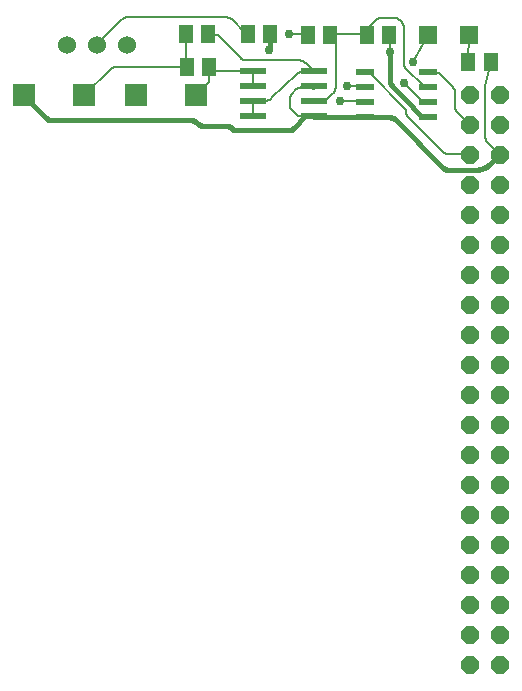
<source format=gbr>
G04 EAGLE Gerber RS-274X export*
G75*
%MOMM*%
%FSLAX34Y34*%
%LPD*%
%INTop Copper*%
%IPPOS*%
%AMOC8*
5,1,8,0,0,1.08239X$1,22.5*%
G01*
%ADD10P,1.649562X8X292.500000*%
%ADD11R,1.300000X1.500000*%
%ADD12R,1.905000X1.905000*%
%ADD13R,2.200000X0.600000*%
%ADD14R,1.550000X0.600000*%
%ADD15C,1.524000*%
%ADD16R,1.500000X1.500000*%
%ADD17C,0.203200*%
%ADD18C,0.406400*%
%ADD19C,0.756400*%


D10*
X466725Y504825D03*
X492125Y504825D03*
X466725Y479425D03*
X492125Y479425D03*
X466725Y454025D03*
X492125Y454025D03*
X466725Y428625D03*
X492125Y428625D03*
X466725Y403225D03*
X492125Y403225D03*
X466725Y377825D03*
X492125Y377825D03*
X466725Y352425D03*
X492125Y352425D03*
X466725Y327025D03*
X492125Y327025D03*
X466725Y301625D03*
X492125Y301625D03*
X466725Y276225D03*
X492125Y276225D03*
X466725Y250825D03*
X492125Y250825D03*
X466725Y225425D03*
X492125Y225425D03*
X466725Y200025D03*
X492125Y200025D03*
X466725Y174625D03*
X492125Y174625D03*
X466725Y149225D03*
X492125Y149225D03*
X466725Y123825D03*
X492125Y123825D03*
X466725Y98425D03*
X492125Y98425D03*
X466725Y73025D03*
X492125Y73025D03*
X466725Y47625D03*
X492125Y47625D03*
X466725Y22225D03*
X492125Y22225D03*
D11*
X348431Y555625D03*
X329431Y555625D03*
D12*
X234950Y504825D03*
X184150Y504825D03*
X139700Y504825D03*
X88900Y504825D03*
D11*
X379438Y555625D03*
X398438Y555625D03*
X245244Y556419D03*
X226244Y556419D03*
D13*
X334769Y499269D03*
X282769Y499269D03*
X334769Y486569D03*
X334769Y511969D03*
X334769Y524669D03*
X282769Y486569D03*
X282769Y511969D03*
X282769Y524669D03*
D11*
X246038Y528638D03*
X227038Y528638D03*
D14*
X431513Y485775D03*
X431513Y498475D03*
X431513Y511175D03*
X431513Y523875D03*
X377513Y523875D03*
X377513Y511175D03*
X377513Y498475D03*
X377513Y485775D03*
D11*
X297631Y556419D03*
X278631Y556419D03*
D15*
X176213Y546894D03*
X150813Y546894D03*
X125413Y546894D03*
D16*
X465969Y555625D03*
X430969Y555625D03*
D11*
X465163Y532606D03*
X484163Y532606D03*
D17*
X226314Y529209D02*
X226314Y555498D01*
D18*
X226244Y556419D01*
X226314Y529209D02*
X227038Y528638D01*
D17*
X161589Y526206D02*
X140589Y505206D01*
X161589Y526206D02*
X161700Y526315D01*
X161815Y526421D01*
X161931Y526524D01*
X162051Y526625D01*
X162172Y526722D01*
X162296Y526816D01*
X162423Y526908D01*
X162551Y526996D01*
X162682Y527081D01*
X162814Y527163D01*
X162949Y527241D01*
X163086Y527316D01*
X163224Y527388D01*
X163364Y527456D01*
X163506Y527521D01*
X163649Y527583D01*
X163794Y527641D01*
X163940Y527695D01*
X164087Y527746D01*
X164236Y527793D01*
X164385Y527836D01*
X164536Y527876D01*
X164688Y527912D01*
X164840Y527944D01*
X164993Y527973D01*
X165147Y527997D01*
X165302Y528018D01*
X165457Y528035D01*
X165612Y528049D01*
X165767Y528058D01*
X165923Y528064D01*
X166079Y528066D01*
X225171Y528066D01*
D18*
X227038Y528638D01*
X140589Y505206D02*
X139700Y504825D01*
D17*
X352933Y556641D02*
X378333Y556641D01*
X352933Y556641D02*
X349758Y556641D01*
X348615Y556641D01*
X348431Y555625D01*
X378333Y556641D02*
X379438Y555625D01*
X427482Y512064D02*
X430911Y512064D01*
X410782Y531395D02*
X410782Y562012D01*
X410781Y531395D02*
X410783Y531239D01*
X410789Y531083D01*
X410798Y530928D01*
X410812Y530773D01*
X410829Y530618D01*
X410850Y530463D01*
X410874Y530309D01*
X410903Y530156D01*
X410935Y530004D01*
X410971Y529852D01*
X411011Y529701D01*
X411054Y529552D01*
X411101Y529403D01*
X411152Y529256D01*
X411206Y529110D01*
X411264Y528965D01*
X411326Y528822D01*
X411391Y528680D01*
X411459Y528540D01*
X411531Y528402D01*
X411606Y528265D01*
X411684Y528130D01*
X411766Y527998D01*
X411851Y527867D01*
X411939Y527739D01*
X412031Y527612D01*
X412125Y527488D01*
X412222Y527367D01*
X412323Y527247D01*
X412426Y527131D01*
X412532Y527016D01*
X412641Y526905D01*
X427482Y512064D01*
X408922Y566502D02*
X407180Y568243D01*
X408922Y566502D02*
X409031Y566391D01*
X409137Y566276D01*
X409240Y566160D01*
X409341Y566040D01*
X409438Y565919D01*
X409532Y565795D01*
X409624Y565668D01*
X409712Y565540D01*
X409797Y565409D01*
X409879Y565277D01*
X409957Y565142D01*
X410032Y565005D01*
X410104Y564867D01*
X410172Y564727D01*
X410237Y564585D01*
X410299Y564442D01*
X410357Y564297D01*
X410411Y564151D01*
X410462Y564004D01*
X410509Y563855D01*
X410552Y563706D01*
X410592Y563555D01*
X410628Y563403D01*
X410660Y563251D01*
X410689Y563098D01*
X410713Y562944D01*
X410734Y562789D01*
X410751Y562634D01*
X410765Y562479D01*
X410774Y562324D01*
X410780Y562168D01*
X410782Y562012D01*
X387109Y568243D02*
X379632Y560766D01*
X387110Y568243D02*
X387221Y568352D01*
X387336Y568458D01*
X387452Y568561D01*
X387572Y568662D01*
X387693Y568759D01*
X387817Y568853D01*
X387944Y568945D01*
X388072Y569033D01*
X388203Y569118D01*
X388335Y569200D01*
X388470Y569278D01*
X388607Y569353D01*
X388745Y569425D01*
X388885Y569493D01*
X389027Y569558D01*
X389170Y569620D01*
X389315Y569678D01*
X389461Y569732D01*
X389608Y569783D01*
X389757Y569830D01*
X389906Y569873D01*
X390057Y569913D01*
X390209Y569949D01*
X390361Y569981D01*
X390514Y570010D01*
X390668Y570034D01*
X390823Y570055D01*
X390978Y570072D01*
X391133Y570086D01*
X391288Y570095D01*
X391444Y570101D01*
X391600Y570103D01*
X402690Y570103D01*
X402846Y570101D01*
X403002Y570095D01*
X403157Y570086D01*
X403312Y570072D01*
X403467Y570055D01*
X403622Y570034D01*
X403776Y570010D01*
X403929Y569981D01*
X404081Y569949D01*
X404233Y569913D01*
X404384Y569873D01*
X404533Y569830D01*
X404682Y569783D01*
X404829Y569732D01*
X404975Y569678D01*
X405120Y569620D01*
X405263Y569558D01*
X405405Y569493D01*
X405545Y569425D01*
X405683Y569353D01*
X405820Y569278D01*
X405955Y569200D01*
X406087Y569118D01*
X406218Y569033D01*
X406346Y568945D01*
X406473Y568853D01*
X406597Y568759D01*
X406718Y568662D01*
X406838Y568561D01*
X406954Y568458D01*
X407069Y568352D01*
X407180Y568243D01*
X430911Y512064D02*
X431513Y511175D01*
X379438Y555625D02*
X379632Y560766D01*
X344138Y499491D02*
X334899Y499491D01*
X352933Y510916D02*
X352933Y556641D01*
X352933Y510916D02*
X352931Y510760D01*
X352925Y510604D01*
X352916Y510449D01*
X352902Y510294D01*
X352885Y510139D01*
X352864Y509984D01*
X352840Y509830D01*
X352811Y509677D01*
X352779Y509525D01*
X352743Y509373D01*
X352703Y509222D01*
X352660Y509073D01*
X352613Y508924D01*
X352562Y508777D01*
X352508Y508631D01*
X352450Y508486D01*
X352388Y508343D01*
X352323Y508201D01*
X352255Y508061D01*
X352183Y507923D01*
X352108Y507786D01*
X352030Y507651D01*
X351948Y507519D01*
X351863Y507388D01*
X351775Y507260D01*
X351683Y507133D01*
X351589Y507009D01*
X351492Y506888D01*
X351391Y506768D01*
X351288Y506652D01*
X351182Y506537D01*
X351073Y506426D01*
X344138Y499491D01*
X334899Y499491D02*
X334769Y499269D01*
X348431Y555625D02*
X349758Y556641D01*
D18*
X334899Y485775D02*
X377513Y485775D01*
X334899Y485775D02*
X334769Y486569D01*
D17*
X481571Y464833D02*
X491490Y454914D01*
X481571Y464834D02*
X481462Y464945D01*
X481356Y465060D01*
X481253Y465176D01*
X481152Y465296D01*
X481055Y465417D01*
X480961Y465541D01*
X480869Y465668D01*
X480781Y465796D01*
X480696Y465927D01*
X480614Y466059D01*
X480536Y466194D01*
X480461Y466331D01*
X480389Y466469D01*
X480321Y466609D01*
X480256Y466751D01*
X480194Y466894D01*
X480136Y467039D01*
X480082Y467185D01*
X480031Y467332D01*
X479984Y467481D01*
X479941Y467630D01*
X479901Y467781D01*
X479865Y467933D01*
X479833Y468085D01*
X479804Y468238D01*
X479780Y468392D01*
X479759Y468547D01*
X479742Y468702D01*
X479728Y468857D01*
X479719Y469012D01*
X479713Y469168D01*
X479711Y469324D01*
X479711Y512609D01*
D18*
X491490Y454914D02*
X492125Y454025D01*
X470572Y441198D02*
X448559Y441198D01*
X448403Y441200D01*
X448247Y441206D01*
X448092Y441215D01*
X447937Y441229D01*
X447782Y441246D01*
X447627Y441267D01*
X447473Y441291D01*
X447320Y441320D01*
X447168Y441352D01*
X447016Y441388D01*
X446865Y441428D01*
X446716Y441471D01*
X446567Y441518D01*
X446420Y441569D01*
X446274Y441623D01*
X446129Y441681D01*
X445986Y441743D01*
X445844Y441808D01*
X445704Y441876D01*
X445566Y441948D01*
X445429Y442023D01*
X445294Y442101D01*
X445162Y442183D01*
X445031Y442268D01*
X444903Y442356D01*
X444776Y442448D01*
X444652Y442542D01*
X444531Y442639D01*
X444411Y442740D01*
X444295Y442843D01*
X444180Y442949D01*
X444069Y443058D01*
X403212Y483915D01*
X403211Y483915D02*
X403100Y484024D01*
X402985Y484130D01*
X402869Y484233D01*
X402749Y484334D01*
X402628Y484431D01*
X402504Y484525D01*
X402377Y484617D01*
X402249Y484705D01*
X402118Y484790D01*
X401986Y484872D01*
X401851Y484950D01*
X401714Y485025D01*
X401576Y485097D01*
X401436Y485165D01*
X401294Y485230D01*
X401151Y485292D01*
X401006Y485350D01*
X400860Y485404D01*
X400713Y485455D01*
X400564Y485502D01*
X400415Y485545D01*
X400264Y485585D01*
X400112Y485621D01*
X399960Y485653D01*
X399807Y485682D01*
X399653Y485706D01*
X399498Y485727D01*
X399343Y485744D01*
X399188Y485758D01*
X399033Y485767D01*
X398877Y485773D01*
X398721Y485775D01*
X398722Y485775D02*
X377513Y485775D01*
X484547Y446987D02*
X491481Y453920D01*
X491480Y453921D02*
X491515Y453952D01*
X491551Y453981D01*
X491590Y454006D01*
X491631Y454028D01*
X491674Y454046D01*
X491718Y454061D01*
X491763Y454073D01*
X491809Y454080D01*
X491855Y454084D01*
X491901Y454083D01*
X491948Y454079D01*
X491993Y454071D01*
X492038Y454060D01*
X492082Y454044D01*
X492125Y454025D01*
X484547Y446987D02*
X484211Y446658D01*
X483866Y446338D01*
X483515Y446025D01*
X483156Y445722D01*
X482789Y445426D01*
X482416Y445140D01*
X482036Y444863D01*
X481650Y444594D01*
X481257Y444335D01*
X480859Y444086D01*
X480454Y443846D01*
X480044Y443616D01*
X479628Y443395D01*
X479208Y443185D01*
X478782Y442984D01*
X478352Y442794D01*
X477918Y442614D01*
X477479Y442444D01*
X477036Y442285D01*
X476590Y442136D01*
X476140Y441999D01*
X475687Y441871D01*
X475232Y441755D01*
X474773Y441650D01*
X474312Y441555D01*
X473849Y441472D01*
X473385Y441399D01*
X472918Y441338D01*
X472451Y441287D01*
X471982Y441248D01*
X471512Y441220D01*
X471042Y441204D01*
X470572Y441198D01*
D17*
X329184Y556641D02*
X313277Y556641D01*
D18*
X329184Y556641D02*
X329431Y555625D01*
X108154Y485063D02*
X89154Y504063D01*
X108154Y485063D02*
X108265Y484954D01*
X108380Y484848D01*
X108496Y484745D01*
X108616Y484644D01*
X108737Y484547D01*
X108861Y484453D01*
X108988Y484361D01*
X109116Y484273D01*
X109247Y484188D01*
X109379Y484106D01*
X109514Y484028D01*
X109651Y483953D01*
X109789Y483881D01*
X109929Y483813D01*
X110071Y483748D01*
X110214Y483686D01*
X110359Y483628D01*
X110505Y483574D01*
X110652Y483523D01*
X110801Y483476D01*
X110950Y483433D01*
X111101Y483393D01*
X111253Y483357D01*
X111405Y483325D01*
X111558Y483296D01*
X111712Y483272D01*
X111867Y483251D01*
X112022Y483234D01*
X112177Y483220D01*
X112332Y483211D01*
X112488Y483205D01*
X112644Y483203D01*
X230828Y483203D01*
X230827Y483203D02*
X230983Y483201D01*
X231139Y483195D01*
X231294Y483186D01*
X231449Y483172D01*
X231604Y483155D01*
X231759Y483134D01*
X231913Y483110D01*
X232066Y483081D01*
X232218Y483049D01*
X232370Y483013D01*
X232521Y482973D01*
X232670Y482930D01*
X232819Y482883D01*
X232966Y482832D01*
X233112Y482778D01*
X233257Y482720D01*
X233400Y482658D01*
X233542Y482593D01*
X233682Y482525D01*
X233820Y482453D01*
X233957Y482378D01*
X234092Y482300D01*
X234224Y482218D01*
X234355Y482133D01*
X234483Y482045D01*
X234610Y481953D01*
X234734Y481859D01*
X234855Y481762D01*
X234975Y481661D01*
X235091Y481558D01*
X235206Y481452D01*
X235317Y481343D01*
X235318Y481343D02*
X236170Y480491D01*
X236281Y480382D01*
X236396Y480276D01*
X236512Y480173D01*
X236632Y480072D01*
X236753Y479975D01*
X236877Y479881D01*
X237004Y479789D01*
X237132Y479701D01*
X237263Y479616D01*
X237395Y479534D01*
X237530Y479456D01*
X237667Y479381D01*
X237805Y479309D01*
X237945Y479241D01*
X238087Y479176D01*
X238230Y479114D01*
X238375Y479056D01*
X238521Y479002D01*
X238668Y478951D01*
X238817Y478904D01*
X238966Y478861D01*
X239117Y478821D01*
X239269Y478785D01*
X239421Y478753D01*
X239574Y478724D01*
X239728Y478700D01*
X239883Y478679D01*
X240038Y478662D01*
X240193Y478648D01*
X240348Y478639D01*
X240504Y478633D01*
X240660Y478631D01*
X260101Y478631D01*
X260257Y478629D01*
X260413Y478623D01*
X260568Y478614D01*
X260723Y478600D01*
X260878Y478583D01*
X261033Y478562D01*
X261187Y478538D01*
X261340Y478509D01*
X261492Y478477D01*
X261644Y478441D01*
X261795Y478401D01*
X261944Y478358D01*
X262093Y478311D01*
X262240Y478260D01*
X262386Y478206D01*
X262531Y478148D01*
X262674Y478086D01*
X262816Y478021D01*
X262956Y477953D01*
X263094Y477881D01*
X263231Y477806D01*
X263366Y477728D01*
X263498Y477646D01*
X263629Y477561D01*
X263757Y477473D01*
X263884Y477381D01*
X264008Y477287D01*
X264129Y477190D01*
X264249Y477089D01*
X264365Y476986D01*
X264480Y476880D01*
X264591Y476771D01*
X264840Y476522D01*
X264951Y476413D01*
X265066Y476307D01*
X265182Y476204D01*
X265302Y476103D01*
X265423Y476006D01*
X265547Y475912D01*
X265674Y475820D01*
X265802Y475732D01*
X265933Y475647D01*
X266065Y475565D01*
X266200Y475487D01*
X266337Y475412D01*
X266475Y475340D01*
X266615Y475272D01*
X266757Y475207D01*
X266900Y475145D01*
X267045Y475087D01*
X267191Y475033D01*
X267338Y474982D01*
X267487Y474935D01*
X267636Y474892D01*
X267787Y474852D01*
X267939Y474816D01*
X268091Y474784D01*
X268244Y474755D01*
X268398Y474731D01*
X268553Y474710D01*
X268708Y474693D01*
X268863Y474679D01*
X269018Y474670D01*
X269174Y474664D01*
X269330Y474662D01*
X317518Y476522D02*
X327470Y486474D01*
X317518Y476522D02*
X317407Y476413D01*
X317292Y476307D01*
X317176Y476204D01*
X317056Y476103D01*
X316935Y476006D01*
X316811Y475912D01*
X316684Y475820D01*
X316556Y475732D01*
X316425Y475647D01*
X316293Y475565D01*
X316158Y475487D01*
X316021Y475412D01*
X315883Y475340D01*
X315743Y475272D01*
X315601Y475207D01*
X315458Y475145D01*
X315313Y475087D01*
X315167Y475033D01*
X315020Y474982D01*
X314871Y474935D01*
X314722Y474892D01*
X314571Y474852D01*
X314419Y474816D01*
X314267Y474784D01*
X314114Y474755D01*
X313960Y474731D01*
X313805Y474710D01*
X313650Y474693D01*
X313495Y474679D01*
X313340Y474670D01*
X313184Y474664D01*
X313028Y474662D01*
X313028Y474663D02*
X269330Y474663D01*
X89154Y504063D02*
X88900Y504825D01*
D19*
X313277Y556641D03*
D18*
X334769Y511969D02*
X333975Y511175D01*
D17*
X324099Y511175D01*
X323943Y511173D01*
X323787Y511167D01*
X323632Y511158D01*
X323477Y511144D01*
X323322Y511127D01*
X323167Y511106D01*
X323013Y511082D01*
X322860Y511053D01*
X322708Y511021D01*
X322556Y510985D01*
X322405Y510945D01*
X322256Y510902D01*
X322107Y510855D01*
X321960Y510804D01*
X321814Y510750D01*
X321669Y510692D01*
X321526Y510630D01*
X321384Y510565D01*
X321244Y510497D01*
X321106Y510425D01*
X320969Y510350D01*
X320834Y510272D01*
X320702Y510190D01*
X320571Y510105D01*
X320443Y510017D01*
X320316Y509925D01*
X320192Y509831D01*
X320071Y509734D01*
X319951Y509633D01*
X319835Y509530D01*
X319720Y509424D01*
X319609Y509315D01*
X316185Y505891D01*
X316076Y505780D01*
X315970Y505665D01*
X315867Y505549D01*
X315766Y505429D01*
X315669Y505308D01*
X315575Y505184D01*
X315483Y505057D01*
X315395Y504929D01*
X315310Y504798D01*
X315228Y504666D01*
X315150Y504531D01*
X315075Y504394D01*
X315003Y504256D01*
X314935Y504116D01*
X314870Y503974D01*
X314808Y503831D01*
X314750Y503686D01*
X314696Y503540D01*
X314645Y503393D01*
X314598Y503244D01*
X314555Y503095D01*
X314515Y502944D01*
X314479Y502792D01*
X314447Y502640D01*
X314418Y502487D01*
X314394Y502333D01*
X314373Y502178D01*
X314356Y502023D01*
X314342Y501868D01*
X314333Y501713D01*
X314327Y501557D01*
X314325Y501401D01*
X314325Y496343D01*
X314327Y496187D01*
X314333Y496031D01*
X314342Y495876D01*
X314356Y495721D01*
X314373Y495566D01*
X314394Y495411D01*
X314418Y495257D01*
X314447Y495104D01*
X314479Y494952D01*
X314515Y494800D01*
X314555Y494649D01*
X314598Y494500D01*
X314645Y494351D01*
X314696Y494204D01*
X314750Y494058D01*
X314808Y493913D01*
X314870Y493770D01*
X314935Y493628D01*
X315003Y493488D01*
X315075Y493350D01*
X315150Y493213D01*
X315228Y493078D01*
X315310Y492946D01*
X315395Y492815D01*
X315483Y492687D01*
X315575Y492560D01*
X315669Y492436D01*
X315766Y492315D01*
X315867Y492195D01*
X315970Y492079D01*
X316076Y491964D01*
X316185Y491853D01*
X319704Y488333D01*
X319815Y488224D01*
X319930Y488118D01*
X320046Y488015D01*
X320166Y487914D01*
X320287Y487817D01*
X320411Y487723D01*
X320538Y487631D01*
X320666Y487543D01*
X320797Y487458D01*
X320929Y487376D01*
X321064Y487298D01*
X321201Y487223D01*
X321339Y487151D01*
X321479Y487083D01*
X321621Y487018D01*
X321764Y486956D01*
X321909Y486898D01*
X322055Y486844D01*
X322202Y486793D01*
X322351Y486746D01*
X322500Y486703D01*
X322651Y486663D01*
X322803Y486627D01*
X322955Y486595D01*
X323108Y486566D01*
X323262Y486542D01*
X323417Y486521D01*
X323572Y486504D01*
X323727Y486490D01*
X323882Y486481D01*
X324038Y486475D01*
X324194Y486473D01*
X324194Y486474D02*
X327470Y486474D01*
D18*
X334674Y486474D02*
X334769Y486569D01*
X334674Y486474D02*
X327470Y486474D01*
D17*
X479711Y512609D02*
X484163Y532606D01*
X283464Y498348D02*
X283464Y486918D01*
X282769Y486569D01*
X283464Y498348D02*
X282769Y499269D01*
X253111Y555498D02*
X245745Y555498D01*
X277363Y533876D02*
X323030Y533876D01*
X277363Y533876D02*
X277207Y533878D01*
X277051Y533884D01*
X276896Y533893D01*
X276741Y533907D01*
X276586Y533924D01*
X276431Y533945D01*
X276277Y533969D01*
X276124Y533998D01*
X275972Y534030D01*
X275820Y534066D01*
X275669Y534106D01*
X275520Y534149D01*
X275371Y534196D01*
X275224Y534247D01*
X275078Y534301D01*
X274933Y534359D01*
X274790Y534421D01*
X274648Y534486D01*
X274508Y534554D01*
X274370Y534626D01*
X274233Y534701D01*
X274098Y534779D01*
X273966Y534861D01*
X273835Y534946D01*
X273707Y535034D01*
X273580Y535126D01*
X273456Y535220D01*
X273335Y535317D01*
X273215Y535418D01*
X273099Y535521D01*
X272984Y535627D01*
X272873Y535736D01*
X253111Y555498D01*
X333724Y525812D02*
X333756Y525780D01*
X333724Y525812D02*
X327520Y532016D01*
X327519Y532016D02*
X327408Y532125D01*
X327293Y532231D01*
X327177Y532334D01*
X327057Y532435D01*
X326936Y532532D01*
X326812Y532626D01*
X326685Y532718D01*
X326557Y532806D01*
X326426Y532891D01*
X326294Y532973D01*
X326159Y533051D01*
X326022Y533126D01*
X325884Y533198D01*
X325744Y533266D01*
X325602Y533331D01*
X325459Y533393D01*
X325314Y533451D01*
X325168Y533505D01*
X325021Y533556D01*
X324872Y533603D01*
X324723Y533646D01*
X324572Y533686D01*
X324420Y533722D01*
X324268Y533754D01*
X324115Y533783D01*
X323961Y533807D01*
X323806Y533828D01*
X323651Y533845D01*
X323496Y533859D01*
X323341Y533868D01*
X323185Y533874D01*
X323029Y533876D01*
X245745Y555498D02*
X245244Y556419D01*
X333756Y525780D02*
X334769Y524669D01*
X294502Y499930D02*
X282769Y499269D01*
X294502Y499930D02*
X294658Y499941D01*
X294813Y499955D01*
X294968Y499974D01*
X295123Y499996D01*
X295277Y500022D01*
X295430Y500051D01*
X295582Y500085D01*
X295734Y500122D01*
X295884Y500163D01*
X296034Y500207D01*
X296182Y500256D01*
X296330Y500308D01*
X296475Y500363D01*
X296620Y500422D01*
X296763Y500485D01*
X296904Y500551D01*
X297044Y500620D01*
X297182Y500693D01*
X297318Y500770D01*
X297452Y500849D01*
X297584Y500932D01*
X297715Y501018D01*
X297843Y501108D01*
X297968Y501200D01*
X298092Y501295D01*
X298213Y501394D01*
X298331Y501495D01*
X298447Y501600D01*
X298561Y501707D01*
X298561Y501706D02*
X320026Y522479D01*
X320139Y522586D01*
X320255Y522690D01*
X320373Y522791D01*
X320494Y522889D01*
X320617Y522984D01*
X320742Y523077D01*
X320869Y523166D01*
X320999Y523252D01*
X321131Y523334D01*
X321264Y523414D01*
X321400Y523490D01*
X321537Y523563D01*
X321676Y523632D01*
X321817Y523698D01*
X321960Y523761D01*
X322103Y523820D01*
X322249Y523875D01*
X322395Y523927D01*
X322543Y523975D01*
X322692Y524020D01*
X322842Y524061D01*
X322993Y524098D01*
X323145Y524132D01*
X323298Y524162D01*
X323451Y524188D01*
X333724Y525812D01*
D18*
X417530Y495727D02*
X417601Y495653D01*
X417670Y495576D01*
X417736Y495496D01*
X417799Y495414D01*
X417859Y495330D01*
X417915Y495244D01*
X417968Y495155D01*
X418018Y495065D01*
X418065Y494973D01*
X418108Y494879D01*
X418147Y494784D01*
X418183Y494687D01*
X418215Y494589D01*
X418244Y494490D01*
X418269Y494390D01*
X418290Y494289D01*
X418307Y494187D01*
X418321Y494085D01*
X418330Y493982D01*
X418336Y493879D01*
X418338Y493776D01*
X417530Y495727D02*
X400767Y512490D01*
X400658Y512601D01*
X400552Y512716D01*
X400449Y512832D01*
X400348Y512952D01*
X400251Y513073D01*
X400157Y513197D01*
X400065Y513324D01*
X399977Y513452D01*
X399892Y513583D01*
X399810Y513715D01*
X399732Y513850D01*
X399657Y513987D01*
X399585Y514125D01*
X399517Y514265D01*
X399452Y514407D01*
X399390Y514550D01*
X399332Y514695D01*
X399278Y514841D01*
X399227Y514988D01*
X399180Y515137D01*
X399137Y515286D01*
X399097Y515437D01*
X399061Y515589D01*
X399029Y515741D01*
X399000Y515894D01*
X398976Y516048D01*
X398955Y516203D01*
X398938Y516358D01*
X398924Y516513D01*
X398915Y516668D01*
X398909Y516824D01*
X398907Y516980D01*
X398907Y541433D01*
D17*
X398907Y555498D01*
D18*
X418338Y493776D02*
X426339Y485775D01*
X431513Y485775D01*
X398907Y555498D02*
X398438Y555625D01*
X297180Y555498D02*
X297180Y543338D01*
X296767Y542925D01*
X297180Y555498D02*
X297631Y556419D01*
D19*
X296767Y542925D03*
X398907Y541433D03*
D17*
X283464Y524637D02*
X283464Y512064D01*
X282769Y511969D01*
X283464Y524637D02*
X282769Y524669D01*
X243885Y513633D02*
X235458Y505206D01*
X243885Y513633D02*
X243994Y513744D01*
X244100Y513859D01*
X244203Y513975D01*
X244304Y514095D01*
X244401Y514216D01*
X244495Y514340D01*
X244587Y514467D01*
X244675Y514595D01*
X244760Y514726D01*
X244842Y514858D01*
X244920Y514993D01*
X244995Y515130D01*
X245067Y515268D01*
X245135Y515408D01*
X245200Y515550D01*
X245262Y515693D01*
X245320Y515838D01*
X245374Y515984D01*
X245425Y516131D01*
X245472Y516280D01*
X245515Y516429D01*
X245555Y516580D01*
X245591Y516732D01*
X245623Y516884D01*
X245652Y517037D01*
X245676Y517191D01*
X245697Y517346D01*
X245714Y517501D01*
X245728Y517656D01*
X245737Y517811D01*
X245743Y517967D01*
X245745Y518123D01*
X245745Y524637D01*
X245745Y528066D01*
X246038Y528638D01*
X235458Y505206D02*
X234950Y504825D01*
X245745Y524637D02*
X282321Y524637D01*
X282769Y524669D01*
X246038Y528638D02*
X245745Y524637D01*
X356362Y499491D02*
X377190Y499491D01*
X377513Y498475D01*
D19*
X356362Y499491D03*
D17*
X432054Y523494D02*
X440246Y523494D01*
X455980Y490424D02*
X466344Y480060D01*
X455980Y490424D02*
X455871Y490535D01*
X455765Y490650D01*
X455662Y490766D01*
X455561Y490886D01*
X455464Y491007D01*
X455370Y491131D01*
X455278Y491258D01*
X455190Y491386D01*
X455105Y491517D01*
X455023Y491649D01*
X454945Y491784D01*
X454870Y491921D01*
X454798Y492059D01*
X454730Y492199D01*
X454665Y492341D01*
X454603Y492484D01*
X454545Y492629D01*
X454491Y492775D01*
X454440Y492922D01*
X454393Y493071D01*
X454350Y493220D01*
X454310Y493371D01*
X454274Y493523D01*
X454242Y493675D01*
X454213Y493828D01*
X454189Y493982D01*
X454168Y494137D01*
X454151Y494292D01*
X454137Y494447D01*
X454128Y494602D01*
X454122Y494758D01*
X454120Y494914D01*
X454120Y506989D01*
X454118Y507145D01*
X454112Y507301D01*
X454103Y507456D01*
X454089Y507611D01*
X454072Y507766D01*
X454051Y507921D01*
X454027Y508075D01*
X453998Y508228D01*
X453966Y508380D01*
X453930Y508532D01*
X453890Y508683D01*
X453847Y508832D01*
X453800Y508981D01*
X453749Y509128D01*
X453695Y509274D01*
X453637Y509419D01*
X453575Y509562D01*
X453510Y509704D01*
X453442Y509844D01*
X453370Y509982D01*
X453295Y510119D01*
X453217Y510254D01*
X453135Y510386D01*
X453050Y510517D01*
X452962Y510645D01*
X452870Y510772D01*
X452776Y510896D01*
X452679Y511017D01*
X452578Y511137D01*
X452475Y511253D01*
X452369Y511368D01*
X452260Y511479D01*
X440246Y523494D01*
X432054Y523494D02*
X431513Y523875D01*
X466344Y480060D02*
X466725Y479425D01*
X381762Y523494D02*
X378333Y523494D01*
X411250Y494006D02*
X411345Y493908D01*
X411437Y493808D01*
X411526Y493704D01*
X411612Y493599D01*
X411695Y493490D01*
X411775Y493380D01*
X411852Y493267D01*
X411925Y493152D01*
X411995Y493035D01*
X412061Y492916D01*
X412124Y492795D01*
X412184Y492672D01*
X412240Y492548D01*
X412292Y492422D01*
X412340Y492294D01*
X412385Y492166D01*
X412426Y492036D01*
X412463Y491904D01*
X412497Y491772D01*
X412526Y491639D01*
X412552Y491505D01*
X412574Y491370D01*
X412591Y491235D01*
X412605Y491100D01*
X412615Y490964D01*
X412621Y490827D01*
X412623Y490691D01*
X411250Y494006D02*
X381762Y523494D01*
X448400Y454914D02*
X466344Y454914D01*
X448400Y454914D02*
X448244Y454916D01*
X448088Y454922D01*
X447933Y454931D01*
X447778Y454945D01*
X447623Y454962D01*
X447468Y454983D01*
X447314Y455007D01*
X447161Y455036D01*
X447009Y455068D01*
X446857Y455104D01*
X446706Y455144D01*
X446557Y455187D01*
X446408Y455234D01*
X446261Y455285D01*
X446115Y455339D01*
X445970Y455397D01*
X445827Y455459D01*
X445685Y455524D01*
X445545Y455592D01*
X445407Y455664D01*
X445270Y455739D01*
X445135Y455817D01*
X445003Y455899D01*
X444872Y455984D01*
X444744Y456072D01*
X444617Y456164D01*
X444493Y456258D01*
X444372Y456355D01*
X444252Y456456D01*
X444136Y456559D01*
X444021Y456665D01*
X443910Y456774D01*
X414483Y486201D01*
X414374Y486312D01*
X414268Y486427D01*
X414165Y486543D01*
X414064Y486663D01*
X413967Y486784D01*
X413873Y486908D01*
X413781Y487035D01*
X413693Y487163D01*
X413608Y487294D01*
X413526Y487426D01*
X413448Y487561D01*
X413373Y487698D01*
X413301Y487836D01*
X413233Y487976D01*
X413168Y488118D01*
X413106Y488261D01*
X413048Y488406D01*
X412994Y488552D01*
X412943Y488699D01*
X412896Y488848D01*
X412853Y488997D01*
X412813Y489148D01*
X412777Y489300D01*
X412745Y489452D01*
X412716Y489605D01*
X412692Y489759D01*
X412671Y489914D01*
X412654Y490069D01*
X412640Y490224D01*
X412631Y490379D01*
X412625Y490535D01*
X412623Y490691D01*
X378333Y523494D02*
X377513Y523875D01*
X466344Y454914D02*
X466725Y454025D01*
X277749Y556641D02*
X277082Y556641D01*
X171971Y568592D02*
X150876Y547497D01*
X171972Y568592D02*
X172083Y568701D01*
X172198Y568807D01*
X172314Y568910D01*
X172434Y569011D01*
X172555Y569108D01*
X172679Y569202D01*
X172806Y569294D01*
X172934Y569382D01*
X173065Y569467D01*
X173197Y569549D01*
X173332Y569627D01*
X173469Y569702D01*
X173607Y569774D01*
X173747Y569842D01*
X173889Y569907D01*
X174032Y569969D01*
X174177Y570027D01*
X174323Y570081D01*
X174470Y570132D01*
X174619Y570179D01*
X174768Y570222D01*
X174919Y570262D01*
X175071Y570298D01*
X175223Y570330D01*
X175376Y570359D01*
X175530Y570383D01*
X175685Y570404D01*
X175840Y570421D01*
X175995Y570435D01*
X176150Y570444D01*
X176306Y570450D01*
X176462Y570452D01*
X260641Y570452D01*
X260797Y570450D01*
X260953Y570444D01*
X261108Y570435D01*
X261263Y570421D01*
X261418Y570404D01*
X261573Y570383D01*
X261727Y570359D01*
X261880Y570330D01*
X262032Y570298D01*
X262184Y570262D01*
X262335Y570222D01*
X262484Y570179D01*
X262633Y570132D01*
X262780Y570081D01*
X262926Y570027D01*
X263071Y569969D01*
X263214Y569907D01*
X263356Y569842D01*
X263496Y569774D01*
X263634Y569702D01*
X263771Y569627D01*
X263906Y569549D01*
X264038Y569467D01*
X264169Y569382D01*
X264297Y569294D01*
X264424Y569202D01*
X264548Y569108D01*
X264669Y569011D01*
X264789Y568910D01*
X264905Y568807D01*
X265020Y568701D01*
X265131Y568592D01*
X277082Y556641D01*
X277749Y556641D02*
X278631Y556419D01*
X150876Y547497D02*
X150813Y546894D01*
X362522Y512064D02*
X377190Y512064D01*
X377513Y511175D01*
D19*
X362522Y512064D03*
D17*
X410845Y514985D02*
X426339Y499491D01*
X430911Y499491D01*
X431513Y498475D01*
D19*
X418338Y532638D03*
X410845Y514985D03*
D17*
X418338Y532638D02*
X430969Y555625D01*
X465969Y555625D02*
X465163Y532606D01*
M02*

</source>
